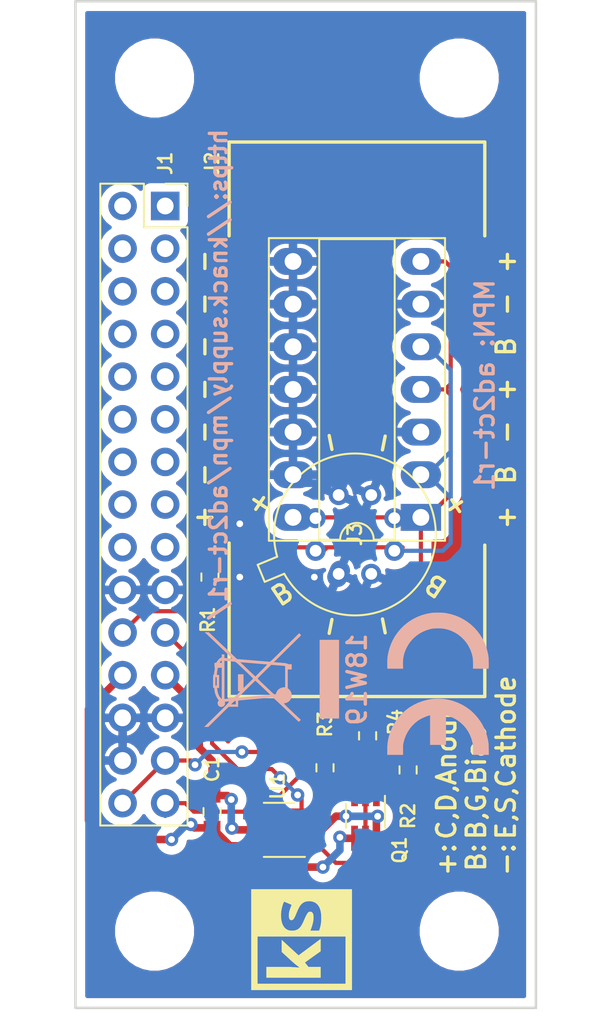
<source format=kicad_pcb>
(kicad_pcb (version 20171130) (host pcbnew 5.0.0-rc2-dev-unknown-6866c0c~65~ubuntu18.04.1)
  (layers (0 F.Cu signal) (31 B.Cu signal) (34 B.Paste user) (35 F.Paste user) (36 B.SilkS user) (37 F.SilkS user) (38 B.Mask user) (39 F.Mask user) (44 Edge.Cuts user))
  (net 0 "")
  (net 1 "Net-(J1-Pad1)")
  (net 2 "Net-(J1-Pad2)")
  (net 3 "Net-(J1-Pad3)")
  (net 4 "Net-(J1-Pad4)")
  (net 5 "Net-(J1-Pad5)")
  (net 6 "Net-(J1-Pad6)")
  (net 7 "Net-(J1-Pad7)")
  (net 8 "Net-(J1-Pad8)")
  (net 9 "Net-(J1-Pad9)")
  (net 10 "Net-(J1-Pad10)")
  (net 11 "Net-(J1-Pad11)")
  (net 12 "Net-(J1-Pad12)")
  (net 13 "Net-(J1-Pad13)")
  (net 14 "Net-(J1-Pad14)")
  (net 15 "Net-(J1-Pad15)")
  (net 16 "Net-(J1-Pad16)")
  (net 17 Ca)
  (net 18 testBaseBias)
  (net 19 testVset)
  (net 20 VEE)
  (net 21 +5V)
  (net 22 An)
  (net 23 testV)
  (net 24 B|G)
  (net 25 "Net-(Q1-Pad1)")
  (net 26 "Net-(Q1-Pad2)")
  (net 27 "Net-(Q1-Pad3)")
  (net 28 "Net-(J1-Pad17)")
  (net 29 "Net-(J1-Pad18)")
  (module Connector_PinSocket_2.54mm:PinSocket_2x15_P2.54mm_Vertical (layer F.Cu) (at 69.85 62.992)
    (fp_text reference J1 (at 0 -2.54 90) (layer F.SilkS) (effects (font (size 0.8 0.8))))
    (fp_text value Conn_02x15_Odd_Even)
    (pad 30 thru_hole oval (at -2.54 35.56) (size 1.7 1.7) (drill 1) (layers *.Cu *.Mask) (net 22 An))
    (pad 29 thru_hole oval (at 0 35.56) (size 1.7 1.7) (drill 1) (layers *.Cu *.Mask) (net 23 testV))
    (pad 28 thru_hole oval (at -2.54 33.02) (size 1.7 1.7) (drill 1) (layers *.Cu *.Mask) (net 17 Ca))
    (pad 27 thru_hole oval (at 0 33.02) (size 1.7 1.7) (drill 1) (layers *.Cu *.Mask) (net 22 An))
    (pad 26 thru_hole oval (at -2.54 30.48) (size 1.7 1.7) (drill 1) (layers *.Cu *.Mask) (net 17 Ca))
    (pad 25 thru_hole oval (at 0 30.48) (size 1.7 1.7) (drill 1) (layers *.Cu *.Mask) (net 17 Ca))
    (pad 24 thru_hole oval (at -2.54 27.94) (size 1.7 1.7) (drill 1) (layers *.Cu *.Mask) (net 20 VEE))
    (pad 23 thru_hole oval (at 0 27.94) (size 1.7 1.7) (drill 1) (layers *.Cu *.Mask) (net 21 +5V))
    (pad 22 thru_hole oval (at -2.54 25.4) (size 1.7 1.7) (drill 1) (layers *.Cu *.Mask) (net 18 testBaseBias))
    (pad 21 thru_hole oval (at 0 25.4) (size 1.7 1.7) (drill 1) (layers *.Cu *.Mask) (net 19 testVset))
    (pad 20 thru_hole oval (at -2.54 22.86) (size 1.7 1.7) (drill 1) (layers *.Cu *.Mask) (net 17 Ca))
    (pad 19 thru_hole oval (at 0 22.86) (size 1.7 1.7) (drill 1) (layers *.Cu *.Mask) (net 17 Ca))
    (pad 18 thru_hole oval (at -2.54 20.32) (size 1.7 1.7) (drill 1) (layers *.Cu *.Mask) (net 29 "Net-(J1-Pad18)"))
    (pad 17 thru_hole oval (at 0 20.32) (size 1.7 1.7) (drill 1) (layers *.Cu *.Mask) (net 28 "Net-(J1-Pad17)"))
    (pad 16 thru_hole oval (at -2.54 17.78) (size 1.7 1.7) (drill 1) (layers *.Cu *.Mask) (net 16 "Net-(J1-Pad16)"))
    (pad 15 thru_hole oval (at 0 17.78) (size 1.7 1.7) (drill 1) (layers *.Cu *.Mask) (net 15 "Net-(J1-Pad15)"))
    (pad 14 thru_hole oval (at -2.54 15.24) (size 1.7 1.7) (drill 1) (layers *.Cu *.Mask) (net 14 "Net-(J1-Pad14)"))
    (pad 13 thru_hole oval (at 0 15.24) (size 1.7 1.7) (drill 1) (layers *.Cu *.Mask) (net 13 "Net-(J1-Pad13)"))
    (pad 12 thru_hole oval (at -2.54 12.7) (size 1.7 1.7) (drill 1) (layers *.Cu *.Mask) (net 12 "Net-(J1-Pad12)"))
    (pad 11 thru_hole oval (at 0 12.7) (size 1.7 1.7) (drill 1) (layers *.Cu *.Mask) (net 11 "Net-(J1-Pad11)"))
    (pad 10 thru_hole oval (at -2.54 10.16) (size 1.7 1.7) (drill 1) (layers *.Cu *.Mask) (net 10 "Net-(J1-Pad10)"))
    (pad 9 thru_hole oval (at 0 10.16) (size 1.7 1.7) (drill 1) (layers *.Cu *.Mask) (net 9 "Net-(J1-Pad9)"))
    (pad 8 thru_hole oval (at -2.54 7.62) (size 1.7 1.7) (drill 1) (layers *.Cu *.Mask) (net 8 "Net-(J1-Pad8)"))
    (pad 7 thru_hole oval (at 0 7.62) (size 1.7 1.7) (drill 1) (layers *.Cu *.Mask) (net 7 "Net-(J1-Pad7)"))
    (pad 6 thru_hole oval (at -2.54 5.08) (size 1.7 1.7) (drill 1) (layers *.Cu *.Mask) (net 6 "Net-(J1-Pad6)"))
    (pad 5 thru_hole oval (at 0 5.08) (size 1.7 1.7) (drill 1) (layers *.Cu *.Mask) (net 5 "Net-(J1-Pad5)"))
    (pad 4 thru_hole oval (at -2.54 2.54) (size 1.7 1.7) (drill 1) (layers *.Cu *.Mask) (net 4 "Net-(J1-Pad4)"))
    (pad 3 thru_hole oval (at 0 2.54) (size 1.7 1.7) (drill 1) (layers *.Cu *.Mask) (net 3 "Net-(J1-Pad3)"))
    (pad 2 thru_hole oval (at -2.54 0) (size 1.7 1.7) (drill 1) (layers *.Cu *.Mask) (net 2 "Net-(J1-Pad2)"))
    (pad 1 thru_hole rect (at 0 0) (size 1.7 1.7) (drill 1) (layers *.Cu *.Mask) (net 1 "Net-(J1-Pad1)"))
  )
  (module Symbol:WEEE-Logo_5.6x8mm_SilkScreen (layer B.Cu) (at 76.2 91.186 270)
    (fp_text reference REF** hide)
    (fp_text value WEEE-Logo_4.2x6mm_SilkScreen hide)
  )
  (module Package_TO_SOT_THT:TO-5-8_PD5.08 (layer F.Cu) (at 80.188129 84.897456 67.5)
    (fp_text reference J3 (at 2.538007 -0.006908 90) (layer F.SilkS) (effects (font (size 0.8 0.8))))
    (fp_text value Conn_01x08)
    (pad 8 thru_hole oval (at 0.743949 -1.796051 67.5) (size 1.2 1.2) (drill 0.7) (layers *.Cu *.Mask) (net 24 B|G))
    (pad 7 thru_hole oval (at 2.54 -2.54 67.5) (size 1.2 1.2) (drill 0.7) (layers *.Cu *.Mask) (net 22 An))
    (pad 6 thru_hole oval (at 4.336051 -1.796051 67.5) (size 1.2 1.2) (drill 0.7) (layers *.Cu *.Mask) (net 17 Ca))
    (pad 5 thru_hole oval (at 5.08 0 67.5) (size 1.2 1.2) (drill 0.7) (layers *.Cu *.Mask) (net 17 Ca))
    (pad 4 thru_hole oval (at 4.336051 1.796051 67.5) (size 1.2 1.2) (drill 0.7) (layers *.Cu *.Mask) (net 22 An))
    (pad 3 thru_hole oval (at 2.54 2.54 67.5) (size 1.2 1.2) (drill 0.7) (layers *.Cu *.Mask) (net 24 B|G))
    (pad 2 thru_hole oval (at 0.743949 1.796051 67.5) (size 1.2 1.2) (drill 0.7) (layers *.Cu *.Mask) (net 17 Ca))
    (pad 1 thru_hole oval (at 0 0 67.5) (size 1.6 1.2) (drill 0.7) (layers *.Cu *.Mask) (net 17 Ca))
  )
  (module MountingHole:MountingHole_3.7mm (layer F.Cu) (at 87.376 55.372)
    (fp_text reference REF** hide)
    (fp_text value MountingHole_3.7mm)
    (pad 1 np_thru_hole circle (at 0 0) (size 3.7 3.7) (drill 3.7) (layers *.Cu *.Mask))
  )
  (module MountingHole:MountingHole_3.7mm (layer F.Cu) (at 87.376 106.172)
    (fp_text reference REF** hide)
    (fp_text value MountingHole_3.7mm)
    (pad 1 np_thru_hole circle (at 0 0) (size 3.7 3.7) (drill 3.7) (layers *.Cu *.Mask))
  )
  (module MountingHole:MountingHole_3.7mm (layer F.Cu) (at 69.215 55.372)
    (fp_text reference REF** hide)
    (fp_text value MountingHole_3.7mm)
    (pad 1 np_thru_hole circle (at 0 0) (size 3.7 3.7) (drill 3.7) (layers *.Cu *.Mask))
  )
  (module Package_TO_SOT_SMD:SOT-363_SC-70-6_Handsoldering (layer F.Cu) (at 81.788 99.314 270)
    (fp_text reference Q1 (at 2.032 -2.032 270) (layer F.SilkS) (effects (font (size 0.8 0.8))))
    (fp_text value BC846BPDW1)
    (pad 1 smd rect (at -1.33 -0.65 270) (size 1.5 0.4) (layers F.Cu F.Paste F.Mask) (net 25 "Net-(Q1-Pad1)"))
    (pad 2 smd rect (at -1.33 0 270) (size 1.5 0.4) (layers F.Cu F.Paste F.Mask) (net 26 "Net-(Q1-Pad2)"))
    (pad 3 smd rect (at -1.33 0.65 270) (size 1.5 0.4) (layers F.Cu F.Paste F.Mask) (net 27 "Net-(Q1-Pad3)"))
    (pad 4 smd rect (at 1.33 0.65 270) (size 1.5 0.4) (layers F.Cu F.Paste F.Mask) (net 20 VEE))
    (pad 5 smd rect (at 1.33 0 270) (size 1.5 0.4) (layers F.Cu F.Paste F.Mask) (net 26 "Net-(Q1-Pad2)"))
    (pad 6 smd rect (at 1.33 -0.65 270) (size 1.5 0.4) (layers F.Cu F.Paste F.Mask) (net 21 +5V))
  )
  (module Resistor_SMD:R_0603_1608Metric_Pad0.84x1.00mm_HandSolder (layer F.Cu) (at 72.517 85.09 270)
    (fp_text reference R1 (at 2.54 0.127 270) (layer F.SilkS) (effects (font (size 0.8 0.8))))
    (fp_text value 100k)
    (pad 2 smd rect (at 0.9625 0 270) (size 0.845 1) (layers F.Cu F.Paste F.Mask) (net 18 testBaseBias))
    (pad 1 smd rect (at -0.9625 0 270) (size 0.845 1) (layers F.Cu F.Paste F.Mask) (net 24 B|G))
  )
  (module Resistor_SMD:R_0603_1608Metric_Pad0.84x1.00mm_HandSolder (layer F.Cu) (at 84.328 96.5735 90)
    (fp_text reference R2 (at -2.7405 0 90) (layer F.SilkS) (effects (font (size 0.8 0.8))))
    (fp_text value 1)
    (pad 1 smd rect (at -0.9625 0 90) (size 0.845 1) (layers F.Cu F.Paste F.Mask) (net 25 "Net-(Q1-Pad1)"))
    (pad 2 smd rect (at 0.9625 0 90) (size 0.845 1) (layers F.Cu F.Paste F.Mask) (net 23 testV))
  )
  (module Resistor_SMD:R_0603_1608Metric_Pad0.84x1.00mm_HandSolder (layer F.Cu) (at 79.375 96.4465 270)
    (fp_text reference R3 (at -2.5935 0 270) (layer F.SilkS) (effects (font (size 0.8 0.8))))
    (fp_text value 1)
    (pad 2 smd rect (at 0.9625 0 270) (size 0.845 1) (layers F.Cu F.Paste F.Mask) (net 27 "Net-(Q1-Pad3)"))
    (pad 1 smd rect (at -0.9625 0 270) (size 0.845 1) (layers F.Cu F.Paste F.Mask) (net 23 testV))
  )
  (module Resistor_SMD:R_0603_1608Metric_Pad0.84x1.00mm_HandSolder (layer F.Cu) (at 81.915 94.5415 90)
    (fp_text reference R4 (at 0.8155 1.651 90) (layer F.SilkS) (effects (font (size 0.8 0.8))))
    (fp_text value 100)
    (pad 1 smd rect (at -0.9625 0 90) (size 0.845 1) (layers F.Cu F.Paste F.Mask) (net 23 testV))
    (pad 2 smd rect (at 0.9625 0 90) (size 0.845 1) (layers F.Cu F.Paste F.Mask) (net 22 An))
  )
  (module Package_TO_SOT_SMD:SOT-23-5_HandSoldering (layer F.Cu) (at 76.628 100.142 180)
    (fp_text reference U1 (at 0.08 2.606 270) (layer F.SilkS) (effects (font (size 0.8 0.8))))
    (fp_text value LMC7101)
    (pad 1 smd rect (at -1.35 -0.95 180) (size 1.56 0.65) (layers F.Cu F.Paste F.Mask) (net 26 "Net-(Q1-Pad2)"))
    (pad 2 smd rect (at -1.35 0 180) (size 1.56 0.65) (layers F.Cu F.Paste F.Mask) (net 21 +5V))
    (pad 3 smd rect (at -1.35 0.95 180) (size 1.56 0.65) (layers F.Cu F.Paste F.Mask) (net 19 testVset))
    (pad 4 smd rect (at 1.35 0.95 180) (size 1.56 0.65) (layers F.Cu F.Paste F.Mask) (net 23 testV))
    (pad 5 smd rect (at 1.35 -0.95 180) (size 1.56 0.65) (layers F.Cu F.Paste F.Mask) (net 20 VEE))
  )
  (module Package_DIP:DIP-14_W7.62mm_Socket_LongPads (layer F.Cu) (at 85.09 81.534 180)
    (fp_text reference J2 (at 12.446 21.082 90) (layer F.SilkS) (effects (font (size 0.8 0.8))))
    (fp_text value Conn_02x07_Counter_Clockwise)
    (pad 1 thru_hole rect (at 0 0 180) (size 2.4 1.6) (drill 1) (layers *.Cu *.Mask) (net 22 An))
    (pad 8 thru_hole oval (at 7.62 15.24 180) (size 2.4 1.6) (drill 1) (layers *.Cu *.Mask) (net 17 Ca))
    (pad 2 thru_hole oval (at 0 2.54 180) (size 2.4 1.6) (drill 1) (layers *.Cu *.Mask) (net 24 B|G))
    (pad 9 thru_hole oval (at 7.62 12.7 180) (size 2.4 1.6) (drill 1) (layers *.Cu *.Mask) (net 17 Ca))
    (pad 3 thru_hole oval (at 0 5.08 180) (size 2.4 1.6) (drill 1) (layers *.Cu *.Mask) (net 17 Ca))
    (pad 10 thru_hole oval (at 7.62 10.16 180) (size 2.4 1.6) (drill 1) (layers *.Cu *.Mask) (net 17 Ca))
    (pad 4 thru_hole oval (at 0 7.62 180) (size 2.4 1.6) (drill 1) (layers *.Cu *.Mask) (net 22 An))
    (pad 11 thru_hole oval (at 7.62 7.62 180) (size 2.4 1.6) (drill 1) (layers *.Cu *.Mask) (net 17 Ca))
    (pad 5 thru_hole oval (at 0 10.16 180) (size 2.4 1.6) (drill 1) (layers *.Cu *.Mask) (net 24 B|G))
    (pad 12 thru_hole oval (at 7.62 5.08 180) (size 2.4 1.6) (drill 1) (layers *.Cu *.Mask) (net 17 Ca))
    (pad 6 thru_hole oval (at 0 12.7 180) (size 2.4 1.6) (drill 1) (layers *.Cu *.Mask) (net 17 Ca))
    (pad 13 thru_hole oval (at 7.62 2.54 180) (size 2.4 1.6) (drill 1) (layers *.Cu *.Mask) (net 17 Ca))
    (pad 7 thru_hole oval (at 0 15.24 180) (size 2.4 1.6) (drill 1) (layers *.Cu *.Mask) (net 22 An))
    (pad 14 thru_hole oval (at 7.62 0 180) (size 2.4 1.6) (drill 1) (layers *.Cu *.Mask) (net 22 An))
  )
  (module MountingHole:MountingHole_3.7mm (layer F.Cu) (at 69.215 106.172)
    (fp_text reference REF** hide)
    (fp_text value MountingHole_3.7mm)
    (pad 1 np_thru_hole circle (at 0 0) (size 3.7 3.7) (drill 3.7) (layers *.Cu *.Mask))
  )
  (module Capacitor_SMD:C_0603_1608Metric_Pad0.84x1.00mm_HandSolder (layer F.Cu) (at 72.644 99.06 90)
    (fp_text reference C1 (at 2.54 0 90) (layer F.SilkS) (effects (font (size 0.8 0.8))))
    (fp_text value 0.1u)
    (pad 1 smd rect (at -0.9625 0 90) (size 0.845 1) (layers F.Cu F.Paste F.Mask) (net 20 VEE))
    (pad 2 smd rect (at 0.9625 0 90) (size 0.845 1) (layers F.Cu F.Paste F.Mask) (net 21 +5V))
  )
  (module Symbol:CE-Logo_8.5x6mm_SilkScreen (layer B.Cu) (at 86.106 91.44 270)
    (fp_text reference REF** hide)
    (fp_text value CE-Logo_8.5x6mm_SilkScreen hide)
  )
  (module "kicad-lib:Logo KS 6mm" (layer F.Cu) (at 77.978 106.68 90)
    (fp_text reference G*** hide)
    (fp_text value LOGO hide)
  )
  (gr_text + (at 75.438 80.772 146.2) (layer F.SilkS) (effects (font (size 1.1 1.1) (thickness 0.2))))
  (gr_text + (at 87.122 80.772 33.8) (layer F.SilkS) (effects (font (size 1.1 1.1) (thickness 0.2))))
  (gr_line (start 73.66 92.202) (end 73.66 83.058) (layer F.SilkS) (width 0.2))
  (gr_text https://knack.supply/mpn/ad2ct-r1/ (at 73.025 73.025 90) (layer B.SilkS) (effects (font (size 1 1) (thickness 0.2)) (justify mirror)))
  (gr_text "MPN: ad2ct-r1" (at 88.9 73.66 90) (layer B.SilkS) (effects (font (size 1.1 1.1) (thickness 0.2)) (justify mirror)))
  (gr_text 18W19 (at 81.28 91.186 90) (layer B.SilkS) (effects (font (size 1.1 1.1) (thickness 0.2)) (justify mirror)))
  (gr_line (start 88.9 92.202) (end 88.9 83.185) (layer F.SilkS) (width 0.2))
  (gr_line (start 88.9 59.182) (end 88.9 64.77) (layer F.SilkS) (width 0.2))
  (gr_text "+:\nB:\n-:" (at 88.392 100.838 90) (layer F.SilkS) (effects (font (size 1.1 1.1) (thickness 0.2)) (justify right)))
  (gr_text "C,D,Anode\nB,G,Bias\nE,S,Cathode" (at 88.392 100.838 90) (layer F.SilkS) (effects (font (size 1.1 1.1) (thickness 0.2)) (justify left)))
  (gr_text - (at 82.804 77.089 78.8) (layer F.SilkS) (effects (font (size 1.1 1.1) (thickness 0.2))))
  (gr_text - (at 79.629 77.089 101.2) (layer F.SilkS) (effects (font (size 1.1 1.1) (thickness 0.2))))
  (gr_text B (at 85.979 85.598 146.2) (layer F.SilkS) (effects (font (size 1.1 1.1) (thickness 0.2))))
  (gr_text B (at 76.835 86.106 33.8) (layer F.SilkS) (effects (font (size 1.1 1.1) (thickness 0.2))))
  (gr_text - (at 82.804 88.011 101.2) (layer F.SilkS) (effects (font (size 1.1 1.1) (thickness 0.2))))
  (gr_text - (at 79.629 88.011 78.8) (layer F.SilkS) (effects (font (size 1.1 1.1) (thickness 0.2))))
  (gr_text - (at 72.136 66.294 90) (layer F.SilkS) (effects (font (size 1.1 1.1) (thickness 0.2))))
  (gr_text - (at 72.136 68.834 90) (layer F.SilkS) (effects (font (size 1.1 1.1) (thickness 0.2))))
  (gr_text - (at 72.136 71.374 90) (layer F.SilkS) (effects (font (size 1.1 1.1) (thickness 0.2))))
  (gr_text - (at 72.136 73.914 90) (layer F.SilkS) (effects (font (size 1.1 1.1) (thickness 0.2))))
  (gr_text - (at 72.136 76.454 90) (layer F.SilkS) (effects (font (size 1.1 1.1) (thickness 0.2))))
  (gr_text - (at 72.136 78.994 90) (layer F.SilkS) (effects (font (size 1.1 1.1) (thickness 0.2))))
  (gr_text + (at 72.136 81.534 90) (layer F.SilkS) (effects (font (size 1.1 1.1) (thickness 0.2))))
  (gr_text + (at 90.17 66.294 90) (layer F.SilkS) (effects (font (size 1.1 1.1) (thickness 0.2))))
  (gr_text + (at 90.17 73.914 90) (layer F.SilkS) (effects (font (size 1.1 1.1) (thickness 0.2))))
  (gr_text - (at 90.17 68.834 90) (layer F.SilkS) (effects (font (size 1.1 1.1) (thickness 0.2))))
  (gr_text B (at 90.17 71.374 90) (layer F.SilkS) (effects (font (size 1.1 1.1) (thickness 0.2))))
  (gr_text - (at 90.17 76.454 90) (layer F.SilkS) (effects (font (size 1.1 1.1) (thickness 0.2))))
  (gr_text B (at 90.17 78.994 90) (layer F.SilkS) (effects (font (size 1.1 1.1) (thickness 0.2))))
  (gr_text + (at 90.17 81.534 90) (layer F.SilkS) (effects (font (size 1.1 1.1) (thickness 0.2))))
  (gr_line (start 73.66 64.77) (end 73.66 59.182) (layer F.SilkS) (width 0.2))
  (gr_line (start 88.9 92.202) (end 73.66 92.202) (layer F.SilkS) (width 0.2))
  (gr_line (start 73.66 59.182) (end 88.9 59.182) (layer F.SilkS) (width 0.2))
  (gr_line (start 91.948 50.8) (end 64.5 50.8) (layer Edge.Cuts) (width 0.15))
  (gr_line (start 91.948 110.744) (end 91.948 50.8) (layer Edge.Cuts) (width 0.15))
  (gr_line (start 64.5 110.744) (end 91.948 110.744) (layer Edge.Cuts) (width 0.15))
  (gr_line (start 64.5 50.8) (end 64.5 110.744) (layer Edge.Cuts) (width 0.15))
  (segment (start 77.977999 79.501999) (end 77.47 78.994) (width 0.45) (layer B.Cu) (net 17))
  (segment (start 80.188129 79.501999) (end 77.977999 79.501999) (width 0.45) (layer B.Cu) (net 17))
  (segment (start 80.188129 80.350527) (end 80.264 80.426398) (width 0.45) (layer B.Cu) (net 17))
  (segment (start 80.188129 79.501999) (end 80.188129 80.350527) (width 0.45) (layer B.Cu) (net 17))
  (via (at 78.74 85.09) (size 0.8) (drill 0.4) (layers F.Cu B.Cu) (net 17))
  (via (at 74.295 85.09) (size 0.8) (drill 0.4) (layers F.Cu B.Cu) (net 17))
  (via (at 74.295 81.915) (size 0.8) (drill 0.4) (layers F.Cu B.Cu) (net 17))
  (segment (start 68.58 87.122) (end 67.31 88.392) (width 0.25) (layer F.Cu) (net 18))
  (segment (start 72.517 86.725) (end 72.12 87.122) (width 0.25) (layer F.Cu) (net 18))
  (segment (start 72.517 86.0525) (end 72.517 86.725) (width 0.25) (layer F.Cu) (net 18))
  (segment (start 72.136 87.122) (end 68.58 87.122) (width 0.25) (layer F.Cu) (net 18))
  (segment (start 74.168 96.52) (end 76.2 96.52) (width 0.25) (layer F.Cu) (net 19))
  (segment (start 76.2 96.52) (end 76.718097 97.038097) (width 0.25) (layer F.Cu) (net 19))
  (segment (start 77.743403 98.063403) (end 76.718097 97.038097) (width 0.25) (layer B.Cu) (net 19))
  (via (at 76.718097 97.038097) (size 0.8) (drill 0.4) (layers F.Cu B.Cu) (net 19))
  (segment (start 77.978 98.298) (end 77.743403 98.063403) (width 0.25) (layer F.Cu) (net 19))
  (segment (start 77.978 99.192) (end 77.978 98.298) (width 0.25) (layer F.Cu) (net 19))
  (via (at 77.743403 98.063403) (size 0.8) (drill 0.4) (layers F.Cu B.Cu) (net 19))
  (segment (start 74.168 96.52) (end 72.644 94.996) (width 0.25) (layer F.Cu) (net 19))
  (segment (start 72.644 94.996) (end 72.644 91.186) (width 0.25) (layer F.Cu) (net 19))
  (segment (start 72.644 91.186) (end 69.85 88.392) (width 0.25) (layer F.Cu) (net 19))
  (segment (start 75.733 101.092) (end 77.000653 102.359653) (width 0.45) (layer F.Cu) (net 20))
  (segment (start 75.278 101.092) (end 75.733 101.092) (width 0.45) (layer F.Cu) (net 20))
  (segment (start 77.000653 102.359653) (end 79.250347 102.359653) (width 0.45) (layer F.Cu) (net 20))
  (segment (start 80.264 101.346) (end 79.250347 102.359653) (width 0.45) (layer B.Cu) (net 20))
  (segment (start 80.264 100.584) (end 80.264 101.346) (width 0.45) (layer B.Cu) (net 20))
  (via (at 79.250347 102.359653) (size 0.8) (drill 0.4) (layers F.Cu B.Cu) (net 20))
  (segment (start 75.278 101.092) (end 73.7135 101.092) (width 0.45) (layer F.Cu) (net 20))
  (segment (start 73.7135 101.092) (end 72.644 100.0225) (width 0.45) (layer F.Cu) (net 20))
  (segment (start 65.278 99.568) (end 65.278 92.964) (width 0.45) (layer F.Cu) (net 20))
  (segment (start 65.278 92.964) (end 67.31 90.932) (width 0.45) (layer F.Cu) (net 20))
  (segment (start 66.425653 100.715653) (end 65.278 99.568) (width 0.45) (layer F.Cu) (net 20))
  (segment (start 70.226347 100.715653) (end 66.425653 100.715653) (width 0.45) (layer F.Cu) (net 20))
  (segment (start 71.124653 99.817347) (end 70.226347 100.715653) (width 0.45) (layer B.Cu) (net 20))
  (via (at 70.226347 100.715653) (size 0.8) (drill 0.4) (layers F.Cu B.Cu) (net 20))
  (segment (start 71.378653 99.817347) (end 71.124653 99.817347) (width 0.45) (layer B.Cu) (net 20))
  (segment (start 71.583806 100.0225) (end 71.378653 99.817347) (width 0.45) (layer F.Cu) (net 20))
  (segment (start 72.644 100.0225) (end 71.583806 100.0225) (width 0.45) (layer F.Cu) (net 20))
  (via (at 71.378653 99.817347) (size 0.8) (drill 0.4) (layers F.Cu B.Cu) (net 20))
  (segment (start 80.324 100.644) (end 80.264 100.584) (width 0.45) (layer F.Cu) (net 20))
  (segment (start 81.138 100.644) (end 80.324 100.644) (width 0.45) (layer F.Cu) (net 20))
  (via (at 80.264 100.584) (size 0.8) (drill 0.4) (layers F.Cu B.Cu) (net 20))
  (segment (start 77.978 100.142) (end 73.930228 100.142) (width 0.45) (layer F.Cu) (net 21))
  (segment (start 73.930228 100.142) (end 73.825614 100.037386) (width 0.45) (layer F.Cu) (net 21))
  (segment (start 73.787 99.998772) (end 73.825614 100.037386) (width 0.45) (layer B.Cu) (net 21))
  (segment (start 73.787 98.335) (end 73.787 99.998772) (width 0.45) (layer B.Cu) (net 21))
  (via (at 73.825614 100.037386) (size 0.8) (drill 0.4) (layers F.Cu B.Cu) (net 21))
  (segment (start 73.5495 98.0975) (end 73.787 98.335) (width 0.45) (layer F.Cu) (net 21))
  (segment (start 72.644 98.0975) (end 73.5495 98.0975) (width 0.45) (layer F.Cu) (net 21))
  (via (at 73.787 98.335) (size 0.8) (drill 0.4) (layers F.Cu B.Cu) (net 21))
  (segment (start 77.978 100.142) (end 79.208 100.142) (width 0.45) (layer F.Cu) (net 21))
  (segment (start 79.208 100.142) (end 80.021378 99.328622) (width 0.45) (layer F.Cu) (net 21))
  (segment (start 80.021378 99.328622) (end 80.060352 99.328622) (width 0.45) (layer F.Cu) (net 21))
  (segment (start 80.060352 99.328622) (end 80.626037 99.328622) (width 0.45) (layer F.Cu) (net 21))
  (segment (start 71.882 95.25) (end 72.644 96.012) (width 0.45) (layer F.Cu) (net 21))
  (segment (start 72.644 96.012) (end 72.644 98.0975) (width 0.45) (layer F.Cu) (net 21))
  (segment (start 71.882 92.964) (end 71.882 95.25) (width 0.45) (layer F.Cu) (net 21))
  (segment (start 69.85 90.932) (end 71.882 92.964) (width 0.45) (layer F.Cu) (net 21))
  (segment (start 72.813498 98.266998) (end 72.644 98.0975) (width 0.45) (layer F.Cu) (net 21))
  (segment (start 80.631417 99.334002) (end 80.626037 99.328622) (width 0.45) (layer B.Cu) (net 21))
  (segment (start 82.513 99.334002) (end 80.631417 99.334002) (width 0.45) (layer B.Cu) (net 21))
  (via (at 80.626037 99.328622) (size 0.8) (drill 0.4) (layers F.Cu B.Cu) (net 21))
  (segment (start 82.438 99.409002) (end 82.513 99.334002) (width 0.45) (layer F.Cu) (net 21))
  (segment (start 82.438 100.644) (end 82.438 99.409002) (width 0.45) (layer F.Cu) (net 21))
  (via (at 82.513 99.334002) (size 0.8) (drill 0.4) (layers F.Cu B.Cu) (net 21))
  (segment (start 74.422 95.504) (end 77.216 95.504) (width 0.25) (layer F.Cu) (net 22))
  (segment (start 77.216 95.504) (end 79.141 93.579) (width 0.25) (layer F.Cu) (net 22))
  (segment (start 72.39 95.504) (end 74.422 95.504) (width 0.25) (layer B.Cu) (net 22))
  (segment (start 71.628 96.266) (end 72.39 95.504) (width 0.25) (layer B.Cu) (net 22))
  (via (at 74.422 95.504) (size 0.8) (drill 0.4) (layers F.Cu B.Cu) (net 22))
  (segment (start 71.374 96.012) (end 71.628 96.266) (width 0.25) (layer F.Cu) (net 22))
  (via (at 71.628 96.266) (size 0.8) (drill 0.4) (layers F.Cu B.Cu) (net 22))
  (segment (start 69.85 96.012) (end 71.374 96.012) (width 0.25) (layer F.Cu) (net 22))
  (segment (start 79.141 93.579) (end 81.915 93.579) (width 0.25) (layer F.Cu) (net 22))
  (segment (start 67.31 98.552) (end 69.85 96.012) (width 0.25) (layer F.Cu) (net 22))
  (segment (start 84.69 81.534) (end 85.09 81.534) (width 0.25) (layer F.Cu) (net 22))
  (segment (start 85.09 81.534) (end 77.47 81.534) (width 0.25) (layer F.Cu) (net 22))
  (segment (start 85.09 73.914) (end 86.54 73.914) (width 0.25) (layer F.Cu) (net 22))
  (segment (start 86.54 73.914) (end 86.868 73.586) (width 0.25) (layer F.Cu) (net 22))
  (segment (start 86.868 73.586) (end 86.868 66.622) (width 0.25) (layer F.Cu) (net 22))
  (segment (start 86.54 66.294) (end 85.09 66.294) (width 0.25) (layer F.Cu) (net 22))
  (segment (start 86.868 66.622) (end 86.54 66.294) (width 0.25) (layer F.Cu) (net 22))
  (segment (start 86.868 74.242) (end 86.868 80.156) (width 0.25) (layer F.Cu) (net 22))
  (segment (start 86.868 80.156) (end 85.49 81.534) (width 0.25) (layer F.Cu) (net 22))
  (segment (start 85.49 81.534) (end 85.09 81.534) (width 0.25) (layer F.Cu) (net 22))
  (segment (start 86.54 73.914) (end 86.868 74.242) (width 0.25) (layer F.Cu) (net 22))
  (segment (start 85.49 73.914) (end 85.09 73.914) (width 0.25) (layer B.Cu) (net 22))
  (segment (start 85.09 82.584) (end 85.09 81.534) (width 0.25) (layer F.Cu) (net 22))
  (segment (start 81.9925 93.579) (end 85.09 90.4815) (width 0.25) (layer F.Cu) (net 22))
  (segment (start 81.915 93.579) (end 81.9925 93.579) (width 0.25) (layer F.Cu) (net 22))
  (segment (start 85.09 90.4815) (end 85.09 86.36) (width 0.25) (layer F.Cu) (net 22))
  (segment (start 85.09 86.36) (end 85.09 82.584) (width 0.25) (layer F.Cu) (net 22))
  (segment (start 85.045214 81.578786) (end 85.09 81.534) (width 0.25) (layer F.Cu) (net 22))
  (segment (start 83.506799 81.578786) (end 85.045214 81.578786) (width 0.25) (layer F.Cu) (net 22))
  (segment (start 78.768705 81.534) (end 78.813491 81.578786) (width 0.25) (layer F.Cu) (net 22))
  (segment (start 77.47 81.534) (end 78.768705 81.534) (width 0.25) (layer F.Cu) (net 22))
  (segment (start 79.375 95.484) (end 79.2975 95.484) (width 0.25) (layer F.Cu) (net 23))
  (segment (start 79.2975 95.484) (end 75.5895 99.192) (width 0.25) (layer F.Cu) (net 23))
  (segment (start 75.5895 99.192) (end 75.278 99.192) (width 0.25) (layer F.Cu) (net 23))
  (segment (start 74.691 99.06) (end 71.560081 99.06) (width 0.25) (layer F.Cu) (net 23))
  (segment (start 71.560081 99.06) (end 71.052081 98.552) (width 0.25) (layer F.Cu) (net 23))
  (segment (start 71.052081 98.552) (end 69.85 98.552) (width 0.25) (layer F.Cu) (net 23))
  (segment (start 75.278 99.192) (end 74.823 99.192) (width 0.25) (layer F.Cu) (net 23))
  (segment (start 74.823 99.192) (end 74.691 99.06) (width 0.25) (layer F.Cu) (net 23))
  (segment (start 69.85 99.314) (end 69.85 98.552) (width 0.25) (layer F.Cu) (net 23))
  (segment (start 79.268 95.484) (end 79.375 95.484) (width 0.25) (layer F.Cu) (net 23))
  (segment (start 81.915 95.504) (end 84.221 95.504) (width 0.25) (layer F.Cu) (net 23))
  (segment (start 84.221 95.504) (end 84.328 95.611) (width 0.25) (layer F.Cu) (net 23))
  (segment (start 79.375 95.484) (end 81.895 95.484) (width 0.25) (layer F.Cu) (net 23))
  (segment (start 81.895 95.484) (end 81.915 95.504) (width 0.25) (layer F.Cu) (net 23))
  (segment (start 84.69 71.374) (end 85.09 71.374) (width 0.25) (layer F.Cu) (net 24))
  (segment (start 84.69 78.994) (end 85.09 78.994) (width 0.25) (layer F.Cu) (net 24))
  (segment (start 72.517 83.455) (end 72.66 83.312) (width 0.25) (layer F.Cu) (net 24))
  (segment (start 72.517 84.1275) (end 72.517 83.455) (width 0.25) (layer F.Cu) (net 24))
  (segment (start 83.506799 83.522818) (end 86.403182 83.522818) (width 0.25) (layer B.Cu) (net 24))
  (segment (start 86.403182 83.522818) (end 86.615001 83.310999) (width 0.25) (layer B.Cu) (net 24))
  (segment (start 86.615001 83.310999) (end 86.868 83.058) (width 0.25) (layer B.Cu) (net 24))
  (segment (start 86.868 80.372) (end 85.49 78.994) (width 0.25) (layer B.Cu) (net 24))
  (segment (start 85.49 78.994) (end 85.09 78.994) (width 0.25) (layer B.Cu) (net 24))
  (segment (start 85.49 78.994) (end 86.868 77.616) (width 0.25) (layer B.Cu) (net 24))
  (segment (start 85.49 71.374) (end 85.09 71.374) (width 0.25) (layer B.Cu) (net 24))
  (segment (start 86.868 72.752) (end 85.49 71.374) (width 0.25) (layer B.Cu) (net 24))
  (segment (start 86.868 77.616) (end 86.868 72.752) (width 0.25) (layer B.Cu) (net 24))
  (segment (start 86.868 77.616) (end 86.868 80.518) (width 0.25) (layer B.Cu) (net 24))
  (segment (start 86.868 83.058) (end 86.868 80.518) (width 0.25) (layer B.Cu) (net 24))
  (segment (start 86.868 80.518) (end 86.868 80.372) (width 0.25) (layer B.Cu) (net 24))
  (segment (start 80.842707 83.317163) (end 84.003293 83.317163) (width 0.25) (layer F.Cu) (net 24))
  (segment (start 72.644 83.312) (end 75.438 83.312) (width 0.25) (layer F.Cu) (net 24))
  (segment (start 75.438 83.312) (end 75.443163 83.317163) (width 0.25) (layer F.Cu) (net 24))
  (segment (start 79.296345 83.522818) (end 79.502 83.317163) (width 0.25) (layer F.Cu) (net 24))
  (segment (start 75.443163 83.317163) (end 79.502 83.317163) (width 0.25) (layer F.Cu) (net 24))
  (segment (start 78.813491 83.522818) (end 79.296345 83.522818) (width 0.25) (layer F.Cu) (net 24))
  (segment (start 79.502 83.317163) (end 80.842707 83.317163) (width 0.25) (layer F.Cu) (net 24))
  (segment (start 82.438 97.984) (end 83.88 97.984) (width 0.25) (layer F.Cu) (net 25))
  (segment (start 83.88 97.984) (end 84.328 97.536) (width 0.25) (layer F.Cu) (net 25))
  (segment (start 80.024 102.108) (end 79.008 101.092) (width 0.25) (layer F.Cu) (net 26))
  (segment (start 79.008 101.092) (end 77.978 101.092) (width 0.25) (layer F.Cu) (net 26))
  (segment (start 81.788 97.984) (end 81.788 100.644) (width 0.25) (layer F.Cu) (net 26))
  (segment (start 81.788 101.854) (end 81.788 100.644) (width 0.25) (layer F.Cu) (net 26))
  (segment (start 81.534 102.108) (end 81.788 101.854) (width 0.25) (layer F.Cu) (net 26))
  (segment (start 80.024 102.108) (end 81.534 102.108) (width 0.25) (layer F.Cu) (net 26))
  (segment (start 81.138 97.984) (end 79.95 97.984) (width 0.25) (layer F.Cu) (net 27))
  (segment (start 79.95 97.984) (end 79.375 97.409) (width 0.25) (layer F.Cu) (net 27))
  (zone (net 17) (net_name Ca) (layer B.Cu) (connect_pads (clearance 0.508)) (min_thickness 0.254) (fill yes (arc_segments 32) (thermal_gap 0.254) (thermal_bridge_width 0.508) (smoothing fillet) (radius 1))
    (polygon (pts (xy 64.516 50.8) (xy 91.948 50.8) (xy 91.948 110.744) (xy 64.516 110.744)))
  )
  (zone (net 17) (net_name Ca) (layer F.Cu) (connect_pads (clearance 0.508)) (min_thickness 0.254) (fill yes (arc_segments 32) (thermal_gap 0.254) (thermal_bridge_width 0.508) (smoothing fillet) (radius 1))
    (polygon (pts (xy 64.516 50.8) (xy 91.948 50.8) (xy 91.948 110.744) (xy 64.516 110.744)))
  )
)
</source>
